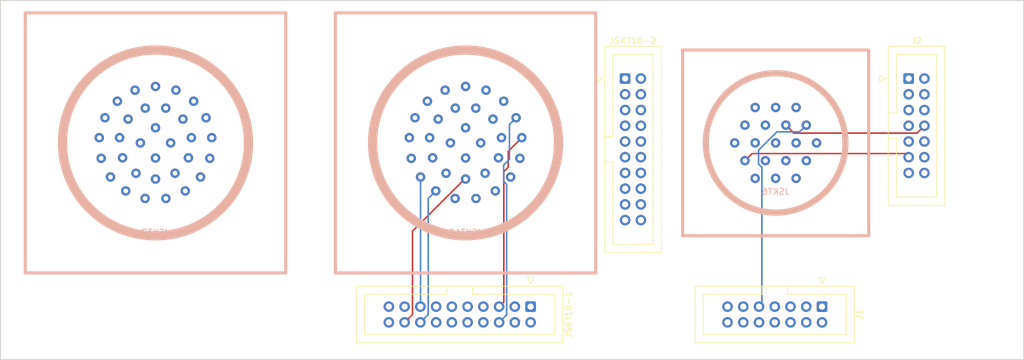
<source format=kicad_pcb>
(kicad_pcb (version 20171130) (host pcbnew "(5.1.6)-1")

  (general
    (thickness 1.6)
    (drawings 4)
    (tracks 260)
    (zones 0)
    (modules 7)
    (nets 80)
  )

  (page A4)
  (layers
    (0 F.Cu signal)
    (1 In1.Cu signal)
    (2 In2.Cu signal)
    (31 B.Cu signal)
    (32 B.Adhes user)
    (33 F.Adhes user)
    (34 B.Paste user)
    (35 F.Paste user)
    (36 B.SilkS user)
    (37 F.SilkS user)
    (38 B.Mask user)
    (39 F.Mask user)
    (40 Dwgs.User user)
    (41 Cmts.User user)
    (42 Eco1.User user)
    (43 Eco2.User user)
    (44 Edge.Cuts user)
    (45 Margin user)
    (46 B.CrtYd user)
    (47 F.CrtYd user)
    (48 B.Fab user)
    (49 F.Fab user)
  )

  (setup
    (last_trace_width 0.25)
    (trace_clearance 0.2)
    (zone_clearance 0.508)
    (zone_45_only no)
    (trace_min 0.2)
    (via_size 0.8)
    (via_drill 0.4)
    (via_min_size 0.4)
    (via_min_drill 0.3)
    (uvia_size 0.3)
    (uvia_drill 0.1)
    (uvias_allowed no)
    (uvia_min_size 0.2)
    (uvia_min_drill 0.1)
    (edge_width 0.1)
    (segment_width 0.2)
    (pcb_text_width 0.3)
    (pcb_text_size 1.5 1.5)
    (mod_edge_width 0.15)
    (mod_text_size 1 1)
    (mod_text_width 0.15)
    (pad_size 1.524 1.524)
    (pad_drill 0.762)
    (pad_to_mask_clearance 0)
    (aux_axis_origin 0 0)
    (visible_elements 7FFFFFFF)
    (pcbplotparams
      (layerselection 0x010fc_ffffffff)
      (usegerberextensions false)
      (usegerberattributes true)
      (usegerberadvancedattributes true)
      (creategerberjobfile true)
      (excludeedgelayer true)
      (linewidth 0.100000)
      (plotframeref false)
      (viasonmask false)
      (mode 1)
      (useauxorigin false)
      (hpglpennumber 1)
      (hpglpenspeed 20)
      (hpglpendiameter 15.000000)
      (psnegative false)
      (psa4output false)
      (plotreference true)
      (plotvalue true)
      (plotinvisibletext false)
      (padsonsilk false)
      (subtractmaskfromsilk false)
      (outputformat 1)
      (mirror false)
      (drillshape 1)
      (scaleselection 1)
      (outputdirectory ""))
  )

  (net 0 "")
  (net 1 /Display/0vDisplay)
  (net 2 /Display/+5vDisplay)
  (net 3 GND)
  (net 4 /TapePSUMargins/+24v)
  (net 5 /TapePSUMargins/+6vA)
  (net 6 /TapePSUMargins/+6vB)
  (net 7 "/Control Unit/+6v")
  (net 8 /TapePSUMargins/0vA)
  (net 9 /TapePSUMargins/0vB)
  (net 10 /TapePSUMargins/0vC)
  (net 11 /TapePSUMargins/-24v)
  (net 12 /TapePSUMargins/-6vA)
  (net 13 "/Control Unit/-6v")
  (net 14 /TapePSUMargins/VREF)
  (net 15 "/Control Unit/0v")
  (net 16 "/Control Unit/On-Light")
  (net 17 "/Control Unit/Off-Light")
  (net 18 "/Control Unit/Off")
  (net 19 "/Control Unit/On-Off-Common")
  (net 20 "/Control Unit/On")
  (net 21 "/Control Unit/Auto-Start")
  (net 22 /TapePSUMargins/PSC)
  (net 23 "Net-(JSKT7-PadE)")
  (net 24 "Net-(JSKT7-PadH)")
  (net 25 /TapePSUMargins/MARGIN-30-10)
  (net 26 /TapePSUMargins/MARGIN-4-3)
  (net 27 /TapePSUMargins/MARGIN-25-12)
  (net 28 "Net-(JSKT7-PadM)")
  (net 29 "Net-(JSKT7-PadN)")
  (net 30 "Net-(JSKT7-PadP)")
  (net 31 "Net-(JSKT7-PadR)")
  (net 32 "Net-(JSKT7-PadS)")
  (net 33 "Net-(JSKT7-PadT)")
  (net 34 "Net-(JSKT7-PadU)")
  (net 35 "Net-(JSKT7-PadV)")
  (net 36 "Net-(JSKT7-PadW)")
  (net 37 "Net-(JSKT7-PadX)")
  (net 38 "Net-(JSKT7-PadY)")
  (net 39 "Net-(JSKT7-PadZ)")
  (net 40 /TapePSUMargins/RTP-30-C)
  (net 41 /TapePSUMargins/STP_30_15)
  (net 42 /TapePSUMargins/RESET-31-16)
  (net 43 /IO/RDR-INT)
  (net 44 /TapePSUMargins/P4-32-19)
  (net 45 /IO/PUNCH-INT)
  (net 46 "/Control Unit/AUT")
  (net 47 /TapePSUMargins/P2-32-15)
  (net 48 /TapePSUMargins/P1-32-17)
  (net 49 /TapePSUMargins/RTR-30-D)
  (net 50 /TapePSUMargins/STR-30-14)
  (net 51 /TapePSUMargins/P3-32-18)
  (net 52 "Net-(JSKT10-1-Pad16)")
  (net 53 "Net-(JSKT10-1-Pad15)")
  (net 54 "Net-(JSKT10-1-Pad14)")
  (net 55 "Net-(JSKT10-1-Pad13)")
  (net 56 "Net-(JSKT10-1-Pad12)")
  (net 57 "Net-(JSKT10-1-Pad11)")
  (net 58 "Net-(JSKT10-1-Pad10)")
  (net 59 "Net-(JSKT10-1-Pad9)")
  (net 60 "Net-(JSKT10-1-Pad8)")
  (net 61 "Net-(JSKT10-1-Pad7)")
  (net 62 "Net-(JSKT10-1-Pad6)")
  (net 63 "Net-(JSKT10-1-Pad5)")
  (net 64 "Net-(JSKT10-1-Pad4)")
  (net 65 "Net-(JSKT10-1-Pad3)")
  (net 66 "Net-(JSKT10-1-Pad2)")
  (net 67 "Net-(JSKT10-1-Pad1)")
  (net 68 "Net-(JSKT10-2-Pad3)")
  (net 69 "Net-(JSKT10-2-Pad5)")
  (net 70 "Net-(JSKT10-2-Pad7)")
  (net 71 "Net-(JSKT10-2-Pad9)")
  (net 72 "Net-(JSKT10-2-Pad15)")
  (net 73 "Net-(JSKT10-2-Pad17)")
  (net 74 "Net-(JSKT10-2-Pad19)")
  (net 75 "Net-(JSKT10-2-Pad4)")
  (net 76 "Net-(JSKT10-2-Pad8)")
  (net 77 "Net-(JSKT10-2-Pad10)")
  (net 78 "Net-(JSKT10-2-Pad16)")
  (net 79 "Net-(JSKT10-2-Pad18)")

  (net_class Default "This is the default net class."
    (clearance 0.2)
    (trace_width 0.25)
    (via_dia 0.8)
    (via_drill 0.4)
    (uvia_dia 0.3)
    (uvia_drill 0.1)
    (add_net "/Control Unit/+6v")
    (add_net "/Control Unit/-6v")
    (add_net "/Control Unit/0v")
    (add_net "/Control Unit/AUT")
    (add_net "/Control Unit/Auto-Start")
    (add_net "/Control Unit/Off")
    (add_net "/Control Unit/Off-Light")
    (add_net "/Control Unit/On")
    (add_net "/Control Unit/On-Light")
    (add_net "/Control Unit/On-Off-Common")
    (add_net /Display/+5vDisplay)
    (add_net /Display/0vDisplay)
    (add_net /IO/PUNCH-INT)
    (add_net /IO/RDR-INT)
    (add_net /TapePSUMargins/+24v)
    (add_net /TapePSUMargins/+6vA)
    (add_net /TapePSUMargins/+6vB)
    (add_net /TapePSUMargins/-24v)
    (add_net /TapePSUMargins/-6vA)
    (add_net /TapePSUMargins/0vA)
    (add_net /TapePSUMargins/0vB)
    (add_net /TapePSUMargins/0vC)
    (add_net /TapePSUMargins/MARGIN-25-12)
    (add_net /TapePSUMargins/MARGIN-30-10)
    (add_net /TapePSUMargins/MARGIN-4-3)
    (add_net /TapePSUMargins/P1-32-17)
    (add_net /TapePSUMargins/P2-32-15)
    (add_net /TapePSUMargins/P3-32-18)
    (add_net /TapePSUMargins/P4-32-19)
    (add_net /TapePSUMargins/PSC)
    (add_net /TapePSUMargins/RESET-31-16)
    (add_net /TapePSUMargins/RTP-30-C)
    (add_net /TapePSUMargins/RTR-30-D)
    (add_net /TapePSUMargins/STP_30_15)
    (add_net /TapePSUMargins/STR-30-14)
    (add_net /TapePSUMargins/VREF)
    (add_net GND)
    (add_net "Net-(JSKT10-1-Pad1)")
    (add_net "Net-(JSKT10-1-Pad10)")
    (add_net "Net-(JSKT10-1-Pad11)")
    (add_net "Net-(JSKT10-1-Pad12)")
    (add_net "Net-(JSKT10-1-Pad13)")
    (add_net "Net-(JSKT10-1-Pad14)")
    (add_net "Net-(JSKT10-1-Pad15)")
    (add_net "Net-(JSKT10-1-Pad16)")
    (add_net "Net-(JSKT10-1-Pad2)")
    (add_net "Net-(JSKT10-1-Pad3)")
    (add_net "Net-(JSKT10-1-Pad4)")
    (add_net "Net-(JSKT10-1-Pad5)")
    (add_net "Net-(JSKT10-1-Pad6)")
    (add_net "Net-(JSKT10-1-Pad7)")
    (add_net "Net-(JSKT10-1-Pad8)")
    (add_net "Net-(JSKT10-1-Pad9)")
    (add_net "Net-(JSKT10-2-Pad10)")
    (add_net "Net-(JSKT10-2-Pad15)")
    (add_net "Net-(JSKT10-2-Pad16)")
    (add_net "Net-(JSKT10-2-Pad17)")
    (add_net "Net-(JSKT10-2-Pad18)")
    (add_net "Net-(JSKT10-2-Pad19)")
    (add_net "Net-(JSKT10-2-Pad3)")
    (add_net "Net-(JSKT10-2-Pad4)")
    (add_net "Net-(JSKT10-2-Pad5)")
    (add_net "Net-(JSKT10-2-Pad7)")
    (add_net "Net-(JSKT10-2-Pad8)")
    (add_net "Net-(JSKT10-2-Pad9)")
    (add_net "Net-(JSKT7-PadE)")
    (add_net "Net-(JSKT7-PadH)")
    (add_net "Net-(JSKT7-PadM)")
    (add_net "Net-(JSKT7-PadN)")
    (add_net "Net-(JSKT7-PadP)")
    (add_net "Net-(JSKT7-PadR)")
    (add_net "Net-(JSKT7-PadS)")
    (add_net "Net-(JSKT7-PadT)")
    (add_net "Net-(JSKT7-PadU)")
    (add_net "Net-(JSKT7-PadV)")
    (add_net "Net-(JSKT7-PadW)")
    (add_net "Net-(JSKT7-PadX)")
    (add_net "Net-(JSKT7-PadY)")
    (add_net "Net-(JSKT7-PadZ)")
  )

  (module ELLIOTT:MC32 (layer B.Cu) (tedit 5F1488D2) (tstamp 5F3897DF)
    (at 50 65)
    (path /5F3239EA/5F2F7C5C)
    (fp_text reference JSKT7 (at 0 14.478) (layer B.SilkS)
      (effects (font (size 1 1) (thickness 0.15)) (justify mirror))
    )
    (fp_text value Circ32 (at 0 13.208) (layer B.Fab)
      (effects (font (size 1 1) (thickness 0.15)) (justify mirror))
    )
    (fp_circle (center 0 0) (end 15 0) (layer B.SilkS) (width 1.5))
    (fp_line (start 21 -21) (end -21 -21) (layer B.SilkS) (width 0.5))
    (fp_line (start -21 21) (end -21 -21) (layer B.SilkS) (width 0.5))
    (fp_line (start 21 -21) (end 21 21) (layer B.SilkS) (width 0.5))
    (fp_line (start -21 21) (end 21 21) (layer B.SilkS) (width 0.5))
    (pad ~j~ thru_hole circle (at -2.44 0) (size 1.524 1.524) (drill 0.762) (layers *.Cu *.Mask))
    (pad ~h~ thru_hole circle (at 0 -2.44) (size 1.524 1.524) (drill 0.762) (layers *.Cu *.Mask))
    (pad ~g~ thru_hole circle (at 2.44 0) (size 1.524 1.524) (drill 0.762) (layers *.Cu *.Mask))
    (pad ~f~ thru_hole circle (at 0 2.44) (size 1.524 1.524) (drill 0.762) (layers *.Cu *.Mask))
    (pad ~e~ thru_hole circle (at -3.15 4.9) (size 1.524 1.524) (drill 0.762) (layers *.Cu *.Mask))
    (pad ~d~ thru_hole circle (at -5.31 2.41) (size 1.524 1.524) (drill 0.762) (layers *.Cu *.Mask))
    (pad ~c~ thru_hole circle (at -5.79 -0.84) (size 1.524 1.524) (drill 0.762) (layers *.Cu *.Mask))
    (pad ~b~ thru_hole circle (at -4.42 -3.84) (size 1.524 1.524) (drill 0.762) (layers *.Cu *.Mask))
    (pad ~a~ thru_hole circle (at -1.65 -5.61) (size 1.524 1.524) (drill 0.762) (layers *.Cu *.Mask))
    (pad Z thru_hole circle (at 1.65 -5.61) (size 1.524 1.524) (drill 0.762) (layers *.Cu *.Mask)
      (net 39 "Net-(JSKT7-PadZ)"))
    (pad Y thru_hole circle (at 4.42 -3.84) (size 1.524 1.524) (drill 0.762) (layers *.Cu *.Mask)
      (net 38 "Net-(JSKT7-PadY)"))
    (pad X thru_hole circle (at 5.79 -0.84) (size 1.524 1.524) (drill 0.762) (layers *.Cu *.Mask)
      (net 37 "Net-(JSKT7-PadX)"))
    (pad W thru_hole circle (at 5.31 2.41) (size 1.524 1.524) (drill 0.762) (layers *.Cu *.Mask)
      (net 36 "Net-(JSKT7-PadW)"))
    (pad V thru_hole circle (at 3.15 4.9) (size 1.524 1.524) (drill 0.762) (layers *.Cu *.Mask)
      (net 35 "Net-(JSKT7-PadV)"))
    (pad U thru_hole circle (at 0 5.84) (size 1.524 1.524) (drill 0.762) (layers *.Cu *.Mask)
      (net 34 "Net-(JSKT7-PadU)"))
    (pad T thru_hole circle (at -1.68 8.97) (size 1.524 1.524) (drill 0.762) (layers *.Cu *.Mask)
      (net 33 "Net-(JSKT7-PadT)"))
    (pad S thru_hole circle (at -4.8 7.75) (size 1.524 1.524) (drill 0.762) (layers *.Cu *.Mask)
      (net 32 "Net-(JSKT7-PadS)"))
    (pad R thru_hole circle (at -7.26 5.51) (size 1.524 1.524) (drill 0.762) (layers *.Cu *.Mask)
      (net 31 "Net-(JSKT7-PadR)"))
    (pad P thru_hole circle (at -8.76 2.49) (size 1.524 1.524) (drill 0.762) (layers *.Cu *.Mask)
      (net 30 "Net-(JSKT7-PadP)"))
    (pad N thru_hole circle (at -9.07 -0.84) (size 1.524 1.524) (drill 0.762) (layers *.Cu *.Mask)
      (net 29 "Net-(JSKT7-PadN)"))
    (pad M thru_hole circle (at -8.15 -4.06) (size 1.524 1.524) (drill 0.762) (layers *.Cu *.Mask)
      (net 28 "Net-(JSKT7-PadM)"))
    (pad L thru_hole circle (at -6.15 -6.73) (size 1.524 1.524) (drill 0.762) (layers *.Cu *.Mask)
      (net 27 /TapePSUMargins/MARGIN-25-12))
    (pad K thru_hole circle (at -3.3 -8.51) (size 1.524 1.524) (drill 0.762) (layers *.Cu *.Mask)
      (net 26 /TapePSUMargins/MARGIN-4-3))
    (pad J thru_hole circle (at 0 -9.12) (size 1.524 1.524) (drill 0.762) (layers *.Cu *.Mask)
      (net 25 /TapePSUMargins/MARGIN-30-10))
    (pad H thru_hole circle (at 3.3 -8.51) (size 1.524 1.524) (drill 0.762) (layers *.Cu *.Mask)
      (net 24 "Net-(JSKT7-PadH)"))
    (pad G thru_hole circle (at 6.15 -6.73) (size 1.524 1.524) (drill 0.762) (layers *.Cu *.Mask)
      (net 15 "/Control Unit/0v"))
    (pad F thru_hole circle (at 8.15 -4.06) (size 1.524 1.524) (drill 0.762) (layers *.Cu *.Mask)
      (net 14 /TapePSUMargins/VREF))
    (pad E thru_hole circle (at 9.07 -0.84) (size 1.524 1.524) (drill 0.762) (layers *.Cu *.Mask)
      (net 23 "Net-(JSKT7-PadE)"))
    (pad D thru_hole circle (at 8.76 2.49) (size 1.524 1.524) (drill 0.762) (layers *.Cu *.Mask)
      (net 13 "/Control Unit/-6v"))
    (pad C thru_hole circle (at 7.26 5.51) (size 1.524 1.524) (drill 0.762) (layers *.Cu *.Mask)
      (net 13 "/Control Unit/-6v"))
    (pad B thru_hole circle (at 4.8 7.75) (size 1.524 1.524) (drill 0.762) (layers *.Cu *.Mask)
      (net 13 "/Control Unit/-6v"))
    (pad A thru_hole circle (at 1.68 8.97) (size 1.524 1.524) (drill 0.762) (layers *.Cu *.Mask)
      (net 3 GND))
  )

  (module ELLIOTT:MC32 (layer B.Cu) (tedit 5F1488D2) (tstamp 5F380B71)
    (at 100 65)
    (path /5F3239EA/5F2F7C62)
    (fp_text reference JSKT10 (at 0 14.478) (layer B.SilkS)
      (effects (font (size 1 1) (thickness 0.15)) (justify mirror))
    )
    (fp_text value Circ32 (at 0 13.208) (layer B.Fab)
      (effects (font (size 1 1) (thickness 0.15)) (justify mirror))
    )
    (fp_circle (center 0 0) (end 15 0) (layer B.SilkS) (width 1.5))
    (fp_line (start 21 -21) (end -21 -21) (layer B.SilkS) (width 0.5))
    (fp_line (start -21 21) (end -21 -21) (layer B.SilkS) (width 0.5))
    (fp_line (start 21 -21) (end 21 21) (layer B.SilkS) (width 0.5))
    (fp_line (start -21 21) (end 21 21) (layer B.SilkS) (width 0.5))
    (pad ~j~ thru_hole circle (at -2.44 0) (size 1.524 1.524) (drill 0.762) (layers *.Cu *.Mask))
    (pad ~h~ thru_hole circle (at 0 -2.44) (size 1.524 1.524) (drill 0.762) (layers *.Cu *.Mask))
    (pad ~g~ thru_hole circle (at 2.44 0) (size 1.524 1.524) (drill 0.762) (layers *.Cu *.Mask))
    (pad ~f~ thru_hole circle (at 0 2.44) (size 1.524 1.524) (drill 0.762) (layers *.Cu *.Mask))
    (pad ~e~ thru_hole circle (at -3.15 4.9) (size 1.524 1.524) (drill 0.762) (layers *.Cu *.Mask))
    (pad ~d~ thru_hole circle (at -5.31 2.41) (size 1.524 1.524) (drill 0.762) (layers *.Cu *.Mask))
    (pad ~c~ thru_hole circle (at -5.79 -0.84) (size 1.524 1.524) (drill 0.762) (layers *.Cu *.Mask))
    (pad ~b~ thru_hole circle (at -4.42 -3.84) (size 1.524 1.524) (drill 0.762) (layers *.Cu *.Mask))
    (pad ~a~ thru_hole circle (at -1.65 -5.61) (size 1.524 1.524) (drill 0.762) (layers *.Cu *.Mask))
    (pad Z thru_hole circle (at 1.65 -5.61) (size 1.524 1.524) (drill 0.762) (layers *.Cu *.Mask)
      (net 46 "/Control Unit/AUT"))
    (pad Y thru_hole circle (at 4.42 -3.84) (size 1.524 1.524) (drill 0.762) (layers *.Cu *.Mask)
      (net 47 /TapePSUMargins/P2-32-15))
    (pad X thru_hole circle (at 5.79 -0.84) (size 1.524 1.524) (drill 0.762) (layers *.Cu *.Mask)
      (net 48 /TapePSUMargins/P1-32-17))
    (pad W thru_hole circle (at 5.31 2.41) (size 1.524 1.524) (drill 0.762) (layers *.Cu *.Mask)
      (net 49 /TapePSUMargins/RTR-30-D))
    (pad V thru_hole circle (at 3.15 4.9) (size 1.524 1.524) (drill 0.762) (layers *.Cu *.Mask)
      (net 50 /TapePSUMargins/STR-30-14))
    (pad U thru_hole circle (at 0 5.84) (size 1.524 1.524) (drill 0.762) (layers *.Cu *.Mask)
      (net 51 /TapePSUMargins/P3-32-18))
    (pad T thru_hole circle (at -1.68 8.97) (size 1.524 1.524) (drill 0.762) (layers *.Cu *.Mask)
      (net 3 GND))
    (pad S thru_hole circle (at -4.8 7.75) (size 1.524 1.524) (drill 0.762) (layers *.Cu *.Mask)
      (net 52 "Net-(JSKT10-1-Pad16)"))
    (pad R thru_hole circle (at -7.26 5.51) (size 1.524 1.524) (drill 0.762) (layers *.Cu *.Mask)
      (net 53 "Net-(JSKT10-1-Pad15)"))
    (pad P thru_hole circle (at -8.76 2.49) (size 1.524 1.524) (drill 0.762) (layers *.Cu *.Mask)
      (net 54 "Net-(JSKT10-1-Pad14)"))
    (pad N thru_hole circle (at -9.07 -0.84) (size 1.524 1.524) (drill 0.762) (layers *.Cu *.Mask)
      (net 55 "Net-(JSKT10-1-Pad13)"))
    (pad M thru_hole circle (at -8.15 -4.06) (size 1.524 1.524) (drill 0.762) (layers *.Cu *.Mask)
      (net 56 "Net-(JSKT10-1-Pad12)"))
    (pad L thru_hole circle (at -6.15 -6.73) (size 1.524 1.524) (drill 0.762) (layers *.Cu *.Mask)
      (net 57 "Net-(JSKT10-1-Pad11)"))
    (pad K thru_hole circle (at -3.3 -8.51) (size 1.524 1.524) (drill 0.762) (layers *.Cu *.Mask)
      (net 58 "Net-(JSKT10-1-Pad10)"))
    (pad J thru_hole circle (at 0 -9.12) (size 1.524 1.524) (drill 0.762) (layers *.Cu *.Mask)
      (net 59 "Net-(JSKT10-1-Pad9)"))
    (pad H thru_hole circle (at 3.3 -8.51) (size 1.524 1.524) (drill 0.762) (layers *.Cu *.Mask)
      (net 60 "Net-(JSKT10-1-Pad8)"))
    (pad G thru_hole circle (at 6.15 -6.73) (size 1.524 1.524) (drill 0.762) (layers *.Cu *.Mask)
      (net 61 "Net-(JSKT10-1-Pad7)"))
    (pad F thru_hole circle (at 8.15 -4.06) (size 1.524 1.524) (drill 0.762) (layers *.Cu *.Mask)
      (net 62 "Net-(JSKT10-1-Pad6)"))
    (pad E thru_hole circle (at 9.07 -0.84) (size 1.524 1.524) (drill 0.762) (layers *.Cu *.Mask)
      (net 63 "Net-(JSKT10-1-Pad5)"))
    (pad D thru_hole circle (at 8.76 2.49) (size 1.524 1.524) (drill 0.762) (layers *.Cu *.Mask)
      (net 64 "Net-(JSKT10-1-Pad4)"))
    (pad C thru_hole circle (at 7.26 5.51) (size 1.524 1.524) (drill 0.762) (layers *.Cu *.Mask)
      (net 65 "Net-(JSKT10-1-Pad3)"))
    (pad B thru_hole circle (at 4.8 7.75) (size 1.524 1.524) (drill 0.762) (layers *.Cu *.Mask)
      (net 66 "Net-(JSKT10-1-Pad2)"))
    (pad A thru_hole circle (at 1.68 8.97) (size 1.524 1.524) (drill 0.762) (layers *.Cu *.Mask)
      (net 67 "Net-(JSKT10-1-Pad1)"))
  )

  (module Connector_IDC:IDC-Header_2x07_P2.54mm_Vertical (layer F.Cu) (tedit 5EAC9A07) (tstamp 5F388160)
    (at 171.45 54.61)
    (descr "Through hole IDC box header, 2x07, 2.54mm pitch, DIN 41651 / IEC 60603-13, double rows, https://docs.google.com/spreadsheets/d/16SsEcesNF15N3Lb4niX7dcUr-NY5_MFPQhobNuNppn4/edit#gid=0")
    (tags "Through hole vertical IDC box header THT 2x07 2.54mm double row")
    (path /5F3239EA/5F412DA1)
    (fp_text reference J2 (at 1.27 -6.1) (layer F.SilkS)
      (effects (font (size 1 1) (thickness 0.15)))
    )
    (fp_text value ~ (at 1.27 21.34) (layer F.Fab)
      (effects (font (size 1 1) (thickness 0.15)))
    )
    (fp_line (start -3.18 -4.1) (end -2.18 -5.1) (layer F.Fab) (width 0.1))
    (fp_line (start -2.18 -5.1) (end 5.72 -5.1) (layer F.Fab) (width 0.1))
    (fp_line (start 5.72 -5.1) (end 5.72 20.34) (layer F.Fab) (width 0.1))
    (fp_line (start 5.72 20.34) (end -3.18 20.34) (layer F.Fab) (width 0.1))
    (fp_line (start -3.18 20.34) (end -3.18 -4.1) (layer F.Fab) (width 0.1))
    (fp_line (start -3.18 5.57) (end -1.98 5.57) (layer F.Fab) (width 0.1))
    (fp_line (start -1.98 5.57) (end -1.98 -3.91) (layer F.Fab) (width 0.1))
    (fp_line (start -1.98 -3.91) (end 4.52 -3.91) (layer F.Fab) (width 0.1))
    (fp_line (start 4.52 -3.91) (end 4.52 19.15) (layer F.Fab) (width 0.1))
    (fp_line (start 4.52 19.15) (end -1.98 19.15) (layer F.Fab) (width 0.1))
    (fp_line (start -1.98 19.15) (end -1.98 9.67) (layer F.Fab) (width 0.1))
    (fp_line (start -1.98 9.67) (end -1.98 9.67) (layer F.Fab) (width 0.1))
    (fp_line (start -1.98 9.67) (end -3.18 9.67) (layer F.Fab) (width 0.1))
    (fp_line (start -3.29 -5.21) (end 5.83 -5.21) (layer F.SilkS) (width 0.12))
    (fp_line (start 5.83 -5.21) (end 5.83 20.45) (layer F.SilkS) (width 0.12))
    (fp_line (start 5.83 20.45) (end -3.29 20.45) (layer F.SilkS) (width 0.12))
    (fp_line (start -3.29 20.45) (end -3.29 -5.21) (layer F.SilkS) (width 0.12))
    (fp_line (start -3.29 5.57) (end -1.98 5.57) (layer F.SilkS) (width 0.12))
    (fp_line (start -1.98 5.57) (end -1.98 -3.91) (layer F.SilkS) (width 0.12))
    (fp_line (start -1.98 -3.91) (end 4.52 -3.91) (layer F.SilkS) (width 0.12))
    (fp_line (start 4.52 -3.91) (end 4.52 19.15) (layer F.SilkS) (width 0.12))
    (fp_line (start 4.52 19.15) (end -1.98 19.15) (layer F.SilkS) (width 0.12))
    (fp_line (start -1.98 19.15) (end -1.98 9.67) (layer F.SilkS) (width 0.12))
    (fp_line (start -1.98 9.67) (end -1.98 9.67) (layer F.SilkS) (width 0.12))
    (fp_line (start -1.98 9.67) (end -3.29 9.67) (layer F.SilkS) (width 0.12))
    (fp_line (start -3.68 0) (end -4.68 -0.5) (layer F.SilkS) (width 0.12))
    (fp_line (start -4.68 -0.5) (end -4.68 0.5) (layer F.SilkS) (width 0.12))
    (fp_line (start -4.68 0.5) (end -3.68 0) (layer F.SilkS) (width 0.12))
    (fp_line (start -3.68 -5.6) (end -3.68 20.84) (layer F.CrtYd) (width 0.05))
    (fp_line (start -3.68 20.84) (end 6.22 20.84) (layer F.CrtYd) (width 0.05))
    (fp_line (start 6.22 20.84) (end 6.22 -5.6) (layer F.CrtYd) (width 0.05))
    (fp_line (start 6.22 -5.6) (end -3.68 -5.6) (layer F.CrtYd) (width 0.05))
    (fp_text user %R (at 1.27 7.62 90) (layer F.Fab)
      (effects (font (size 1 1) (thickness 0.15)))
    )
    (pad 14 thru_hole circle (at 2.54 15.24) (size 1.7 1.7) (drill 1) (layers *.Cu *.Mask)
      (net 18 "/Control Unit/Off"))
    (pad 12 thru_hole circle (at 2.54 12.7) (size 1.7 1.7) (drill 1) (layers *.Cu *.Mask)
      (net 20 "/Control Unit/On"))
    (pad 10 thru_hole circle (at 2.54 10.16) (size 1.7 1.7) (drill 1) (layers *.Cu *.Mask)
      (net 19 "/Control Unit/On-Off-Common"))
    (pad 8 thru_hole circle (at 2.54 7.62) (size 1.7 1.7) (drill 1) (layers *.Cu *.Mask)
      (net 16 "/Control Unit/On-Light"))
    (pad 6 thru_hole circle (at 2.54 5.08) (size 1.7 1.7) (drill 1) (layers *.Cu *.Mask)
      (net 17 "/Control Unit/Off-Light"))
    (pad 4 thru_hole circle (at 2.54 2.54) (size 1.7 1.7) (drill 1) (layers *.Cu *.Mask)
      (net 1 /Display/0vDisplay))
    (pad 2 thru_hole circle (at 2.54 0) (size 1.7 1.7) (drill 1) (layers *.Cu *.Mask)
      (net 2 /Display/+5vDisplay))
    (pad 13 thru_hole circle (at 0 15.24) (size 1.7 1.7) (drill 1) (layers *.Cu *.Mask)
      (net 13 "/Control Unit/-6v"))
    (pad 11 thru_hole circle (at 0 12.7) (size 1.7 1.7) (drill 1) (layers *.Cu *.Mask)
      (net 7 "/Control Unit/+6v"))
    (pad 9 thru_hole circle (at 0 10.16) (size 1.7 1.7) (drill 1) (layers *.Cu *.Mask)
      (net 15 "/Control Unit/0v"))
    (pad 7 thru_hole circle (at 0 7.62) (size 1.7 1.7) (drill 1) (layers *.Cu *.Mask)
      (net 21 "/Control Unit/Auto-Start"))
    (pad 5 thru_hole circle (at 0 5.08) (size 1.7 1.7) (drill 1) (layers *.Cu *.Mask)
      (net 46 "/Control Unit/AUT"))
    (pad 3 thru_hole circle (at 0 2.54) (size 1.7 1.7) (drill 1) (layers *.Cu *.Mask)
      (net 45 /IO/PUNCH-INT))
    (pad 1 thru_hole roundrect (at 0 0) (size 1.7 1.7) (drill 1) (layers *.Cu *.Mask) (roundrect_rratio 0.147059)
      (net 43 /IO/RDR-INT))
    (model ${KISYS3DMOD}/Connector_IDC.3dshapes/IDC-Header_2x07_P2.54mm_Vertical.wrl
      (at (xyz 0 0 0))
      (scale (xyz 1 1 1))
      (rotate (xyz 0 0 0))
    )
  )

  (module Connector_IDC:IDC-Header_2x07_P2.54mm_Vertical (layer F.Cu) (tedit 5EAC9A07) (tstamp 5F3809B5)
    (at 157.48 91.44 270)
    (descr "Through hole IDC box header, 2x07, 2.54mm pitch, DIN 41651 / IEC 60603-13, double rows, https://docs.google.com/spreadsheets/d/16SsEcesNF15N3Lb4niX7dcUr-NY5_MFPQhobNuNppn4/edit#gid=0")
    (tags "Through hole vertical IDC box header THT 2x07 2.54mm double row")
    (path /5F3239EA/5F3DDD3C)
    (fp_text reference J1 (at 1.27 -6.1 90) (layer F.SilkS)
      (effects (font (size 1 1) (thickness 0.15)))
    )
    (fp_text value ~ (at 1.27 21.34 90) (layer F.Fab)
      (effects (font (size 1 1) (thickness 0.15)))
    )
    (fp_line (start 6.22 -5.6) (end -3.68 -5.6) (layer F.CrtYd) (width 0.05))
    (fp_line (start 6.22 20.84) (end 6.22 -5.6) (layer F.CrtYd) (width 0.05))
    (fp_line (start -3.68 20.84) (end 6.22 20.84) (layer F.CrtYd) (width 0.05))
    (fp_line (start -3.68 -5.6) (end -3.68 20.84) (layer F.CrtYd) (width 0.05))
    (fp_line (start -4.68 0.5) (end -3.68 0) (layer F.SilkS) (width 0.12))
    (fp_line (start -4.68 -0.5) (end -4.68 0.5) (layer F.SilkS) (width 0.12))
    (fp_line (start -3.68 0) (end -4.68 -0.5) (layer F.SilkS) (width 0.12))
    (fp_line (start -1.98 9.67) (end -3.29 9.67) (layer F.SilkS) (width 0.12))
    (fp_line (start -1.98 9.67) (end -1.98 9.67) (layer F.SilkS) (width 0.12))
    (fp_line (start -1.98 19.15) (end -1.98 9.67) (layer F.SilkS) (width 0.12))
    (fp_line (start 4.52 19.15) (end -1.98 19.15) (layer F.SilkS) (width 0.12))
    (fp_line (start 4.52 -3.91) (end 4.52 19.15) (layer F.SilkS) (width 0.12))
    (fp_line (start -1.98 -3.91) (end 4.52 -3.91) (layer F.SilkS) (width 0.12))
    (fp_line (start -1.98 5.57) (end -1.98 -3.91) (layer F.SilkS) (width 0.12))
    (fp_line (start -3.29 5.57) (end -1.98 5.57) (layer F.SilkS) (width 0.12))
    (fp_line (start -3.29 20.45) (end -3.29 -5.21) (layer F.SilkS) (width 0.12))
    (fp_line (start 5.83 20.45) (end -3.29 20.45) (layer F.SilkS) (width 0.12))
    (fp_line (start 5.83 -5.21) (end 5.83 20.45) (layer F.SilkS) (width 0.12))
    (fp_line (start -3.29 -5.21) (end 5.83 -5.21) (layer F.SilkS) (width 0.12))
    (fp_line (start -1.98 9.67) (end -3.18 9.67) (layer F.Fab) (width 0.1))
    (fp_line (start -1.98 9.67) (end -1.98 9.67) (layer F.Fab) (width 0.1))
    (fp_line (start -1.98 19.15) (end -1.98 9.67) (layer F.Fab) (width 0.1))
    (fp_line (start 4.52 19.15) (end -1.98 19.15) (layer F.Fab) (width 0.1))
    (fp_line (start 4.52 -3.91) (end 4.52 19.15) (layer F.Fab) (width 0.1))
    (fp_line (start -1.98 -3.91) (end 4.52 -3.91) (layer F.Fab) (width 0.1))
    (fp_line (start -1.98 5.57) (end -1.98 -3.91) (layer F.Fab) (width 0.1))
    (fp_line (start -3.18 5.57) (end -1.98 5.57) (layer F.Fab) (width 0.1))
    (fp_line (start -3.18 20.34) (end -3.18 -4.1) (layer F.Fab) (width 0.1))
    (fp_line (start 5.72 20.34) (end -3.18 20.34) (layer F.Fab) (width 0.1))
    (fp_line (start 5.72 -5.1) (end 5.72 20.34) (layer F.Fab) (width 0.1))
    (fp_line (start -2.18 -5.1) (end 5.72 -5.1) (layer F.Fab) (width 0.1))
    (fp_line (start -3.18 -4.1) (end -2.18 -5.1) (layer F.Fab) (width 0.1))
    (fp_text user %R (at 1.27 7.62) (layer F.Fab)
      (effects (font (size 1 1) (thickness 0.15)))
    )
    (pad 1 thru_hole roundrect (at 0 0 270) (size 1.7 1.7) (drill 1) (layers *.Cu *.Mask) (roundrect_rratio 0.147059)
      (net 4 /TapePSUMargins/+24v))
    (pad 3 thru_hole circle (at 0 2.54 270) (size 1.7 1.7) (drill 1) (layers *.Cu *.Mask)
      (net 5 /TapePSUMargins/+6vA))
    (pad 5 thru_hole circle (at 0 5.08 270) (size 1.7 1.7) (drill 1) (layers *.Cu *.Mask)
      (net 6 /TapePSUMargins/+6vB))
    (pad 7 thru_hole circle (at 0 7.62 270) (size 1.7 1.7) (drill 1) (layers *.Cu *.Mask)
      (net 7 "/Control Unit/+6v"))
    (pad 9 thru_hole circle (at 0 10.16 270) (size 1.7 1.7) (drill 1) (layers *.Cu *.Mask)
      (net 8 /TapePSUMargins/0vA))
    (pad 11 thru_hole circle (at 0 12.7 270) (size 1.7 1.7) (drill 1) (layers *.Cu *.Mask)
      (net 9 /TapePSUMargins/0vB))
    (pad 13 thru_hole circle (at 0 15.24 270) (size 1.7 1.7) (drill 1) (layers *.Cu *.Mask)
      (net 10 /TapePSUMargins/0vC))
    (pad 2 thru_hole circle (at 2.54 0 270) (size 1.7 1.7) (drill 1) (layers *.Cu *.Mask)
      (net 11 /TapePSUMargins/-24v))
    (pad 4 thru_hole circle (at 2.54 2.54 270) (size 1.7 1.7) (drill 1) (layers *.Cu *.Mask)
      (net 12 /TapePSUMargins/-6vA))
    (pad 6 thru_hole circle (at 2.54 5.08 270) (size 1.7 1.7) (drill 1) (layers *.Cu *.Mask)
      (net 13 "/Control Unit/-6v"))
    (pad 8 thru_hole circle (at 2.54 7.62 270) (size 1.7 1.7) (drill 1) (layers *.Cu *.Mask)
      (net 13 "/Control Unit/-6v"))
    (pad 10 thru_hole circle (at 2.54 10.16 270) (size 1.7 1.7) (drill 1) (layers *.Cu *.Mask)
      (net 14 /TapePSUMargins/VREF))
    (pad 12 thru_hole circle (at 2.54 12.7 270) (size 1.7 1.7) (drill 1) (layers *.Cu *.Mask)
      (net 3 GND))
    (pad 14 thru_hole circle (at 2.54 15.24 270) (size 1.7 1.7) (drill 1) (layers *.Cu *.Mask)
      (net 3 GND))
    (model ${KISYS3DMOD}/Connector_IDC.3dshapes/IDC-Header_2x07_P2.54mm_Vertical.wrl
      (at (xyz 0 0 0))
      (scale (xyz 1 1 1))
      (rotate (xyz 0 0 0))
    )
  )

  (module ELLIOTT:MC19 (layer B.Cu) (tedit 5F148687) (tstamp 5F380B1F)
    (at 150 65)
    (path /5F3239EA/5F2F7C43)
    (fp_text reference JSKT6 (at 0 7.874) (layer B.SilkS)
      (effects (font (size 1 1) (thickness 0.15)) (justify mirror))
    )
    (fp_text value Circ19 (at 0 -7.874) (layer B.Fab)
      (effects (font (size 1 1) (thickness 0.15)) (justify mirror))
    )
    (fp_line (start -15 -15) (end -15 15) (layer B.SilkS) (width 0.5))
    (fp_line (start 15 -15) (end -15 -15) (layer B.SilkS) (width 0.5))
    (fp_line (start 15 15) (end 15 -15) (layer B.SilkS) (width 0.5))
    (fp_line (start -15 15) (end 15 15) (layer B.SilkS) (width 0.5))
    (fp_circle (center 0 0) (end 11.255 0) (layer B.SilkS) (width 1))
    (pad A thru_hole circle (at 0 5.72) (size 1.524 1.524) (drill 0.762) (layers *.Cu *.Mask)
      (net 3 GND))
    (pad B thru_hole circle (at 3.3 5.72) (size 1.524 1.524) (drill 0.762) (layers *.Cu *.Mask)
      (net 21 "/Control Unit/Auto-Start"))
    (pad C thru_hole circle (at 4.95 2.87) (size 1.524 1.524) (drill 0.762) (layers *.Cu *.Mask)
      (net 22 /TapePSUMargins/PSC))
    (pad D thru_hole circle (at 6.6 0) (size 1.524 1.524) (drill 0.762) (layers *.Cu *.Mask)
      (net 15 "/Control Unit/0v"))
    (pad E thru_hole circle (at 4.95 -2.87) (size 1.524 1.524) (drill 0.762) (layers *.Cu *.Mask)
      (net 8 /TapePSUMargins/0vA))
    (pad F thru_hole circle (at 3.3 -5.72) (size 1.524 1.524) (drill 0.762) (layers *.Cu *.Mask)
      (net 9 /TapePSUMargins/0vB))
    (pad G thru_hole circle (at 0 -5.72) (size 1.524 1.524) (drill 0.762) (layers *.Cu *.Mask)
      (net 10 /TapePSUMargins/0vC))
    (pad H thru_hole circle (at -3.3 -5.72) (size 1.524 1.524) (drill 0.762) (layers *.Cu *.Mask)
      (net 19 "/Control Unit/On-Off-Common"))
    (pad J thru_hole circle (at -4.95 -2.87) (size 1.524 1.524) (drill 0.762) (layers *.Cu *.Mask)
      (net 20 "/Control Unit/On"))
    (pad K thru_hole circle (at -6.6 0) (size 1.524 1.524) (drill 0.762) (layers *.Cu *.Mask)
      (net 18 "/Control Unit/Off"))
    (pad L thru_hole circle (at -4.95 2.87) (size 1.524 1.524) (drill 0.762) (layers *.Cu *.Mask)
      (net 7 "/Control Unit/+6v"))
    (pad M thru_hole circle (at -3.3 5.72) (size 1.524 1.524) (drill 0.762) (layers *.Cu *.Mask)
      (net 6 /TapePSUMargins/+6vB))
    (pad N thru_hole circle (at -1.65 2.87) (size 1.524 1.524) (drill 0.762) (layers *.Cu *.Mask)
      (net 5 /TapePSUMargins/+6vA))
    (pad P thru_hole circle (at 1.65 2.87) (size 1.524 1.524) (drill 0.762) (layers *.Cu *.Mask)
      (net 13 "/Control Unit/-6v"))
    (pad R thru_hole circle (at 3.3 0) (size 1.524 1.524) (drill 0.762) (layers *.Cu *.Mask)
      (net 12 /TapePSUMargins/-6vA))
    (pad S thru_hole circle (at 1.65 -2.87) (size 1.524 1.524) (drill 0.762) (layers *.Cu *.Mask)
      (net 16 "/Control Unit/On-Light"))
    (pad T thru_hole circle (at -1.65 -2.87) (size 1.524 1.524) (drill 0.762) (layers *.Cu *.Mask)
      (net 17 "/Control Unit/Off-Light"))
    (pad U thru_hole circle (at -3.3 0) (size 1.524 1.524) (drill 0.762) (layers *.Cu *.Mask)
      (net 1 /Display/0vDisplay))
    (pad V thru_hole circle (at 0 0) (size 1.524 1.524) (drill 0.762) (layers *.Cu *.Mask)
      (net 2 /Display/+5vDisplay))
    (pad "" np_thru_hole oval (at -11.905 11.905 315) (size 3 6) (drill oval 3 6) (layers *.Cu *.Mask))
    (pad "" np_thru_hole oval (at 11.905 -11.905 315) (size 3 6) (drill oval 3 6) (layers *.Cu *.Mask))
    (pad "" np_thru_hole oval (at 11.905 11.905 45) (size 3 6) (drill oval 3 6) (layers *.Cu *.Mask))
    (pad "" np_thru_hole oval (at -11.905 -11.905 45) (size 3 6) (drill oval 3 6) (layers *.Cu *.Mask))
  )

  (module Connector_IDC:IDC-Header_2x10_P2.54mm_Vertical (layer F.Cu) (tedit 5EAC9A07) (tstamp 5F380CA7)
    (at 110.49 91.44 270)
    (descr "Through hole IDC box header, 2x10, 2.54mm pitch, DIN 41651 / IEC 60603-13, double rows, https://docs.google.com/spreadsheets/d/16SsEcesNF15N3Lb4niX7dcUr-NY5_MFPQhobNuNppn4/edit#gid=0")
    (tags "Through hole vertical IDC box header THT 2x10 2.54mm double row")
    (path /5F3239EA/5F2F7C9C)
    (fp_text reference JSKT10-1 (at 1.27 -6.1 90) (layer F.SilkS)
      (effects (font (size 1 1) (thickness 0.15)))
    )
    (fp_text value ~ (at 1.27 28.96 90) (layer F.Fab)
      (effects (font (size 1 1) (thickness 0.15)))
    )
    (fp_line (start -3.18 -4.1) (end -2.18 -5.1) (layer F.Fab) (width 0.1))
    (fp_line (start -2.18 -5.1) (end 5.72 -5.1) (layer F.Fab) (width 0.1))
    (fp_line (start 5.72 -5.1) (end 5.72 27.96) (layer F.Fab) (width 0.1))
    (fp_line (start 5.72 27.96) (end -3.18 27.96) (layer F.Fab) (width 0.1))
    (fp_line (start -3.18 27.96) (end -3.18 -4.1) (layer F.Fab) (width 0.1))
    (fp_line (start -3.18 9.38) (end -1.98 9.38) (layer F.Fab) (width 0.1))
    (fp_line (start -1.98 9.38) (end -1.98 -3.91) (layer F.Fab) (width 0.1))
    (fp_line (start -1.98 -3.91) (end 4.52 -3.91) (layer F.Fab) (width 0.1))
    (fp_line (start 4.52 -3.91) (end 4.52 26.77) (layer F.Fab) (width 0.1))
    (fp_line (start 4.52 26.77) (end -1.98 26.77) (layer F.Fab) (width 0.1))
    (fp_line (start -1.98 26.77) (end -1.98 13.48) (layer F.Fab) (width 0.1))
    (fp_line (start -1.98 13.48) (end -1.98 13.48) (layer F.Fab) (width 0.1))
    (fp_line (start -1.98 13.48) (end -3.18 13.48) (layer F.Fab) (width 0.1))
    (fp_line (start -3.29 -5.21) (end 5.83 -5.21) (layer F.SilkS) (width 0.12))
    (fp_line (start 5.83 -5.21) (end 5.83 28.07) (layer F.SilkS) (width 0.12))
    (fp_line (start 5.83 28.07) (end -3.29 28.07) (layer F.SilkS) (width 0.12))
    (fp_line (start -3.29 28.07) (end -3.29 -5.21) (layer F.SilkS) (width 0.12))
    (fp_line (start -3.29 9.38) (end -1.98 9.38) (layer F.SilkS) (width 0.12))
    (fp_line (start -1.98 9.38) (end -1.98 -3.91) (layer F.SilkS) (width 0.12))
    (fp_line (start -1.98 -3.91) (end 4.52 -3.91) (layer F.SilkS) (width 0.12))
    (fp_line (start 4.52 -3.91) (end 4.52 26.77) (layer F.SilkS) (width 0.12))
    (fp_line (start 4.52 26.77) (end -1.98 26.77) (layer F.SilkS) (width 0.12))
    (fp_line (start -1.98 26.77) (end -1.98 13.48) (layer F.SilkS) (width 0.12))
    (fp_line (start -1.98 13.48) (end -1.98 13.48) (layer F.SilkS) (width 0.12))
    (fp_line (start -1.98 13.48) (end -3.29 13.48) (layer F.SilkS) (width 0.12))
    (fp_line (start -3.68 0) (end -4.68 -0.5) (layer F.SilkS) (width 0.12))
    (fp_line (start -4.68 -0.5) (end -4.68 0.5) (layer F.SilkS) (width 0.12))
    (fp_line (start -4.68 0.5) (end -3.68 0) (layer F.SilkS) (width 0.12))
    (fp_line (start -3.68 -5.6) (end -3.68 28.46) (layer F.CrtYd) (width 0.05))
    (fp_line (start -3.68 28.46) (end 6.22 28.46) (layer F.CrtYd) (width 0.05))
    (fp_line (start 6.22 28.46) (end 6.22 -5.6) (layer F.CrtYd) (width 0.05))
    (fp_line (start 6.22 -5.6) (end -3.68 -5.6) (layer F.CrtYd) (width 0.05))
    (fp_text user %R (at 1.27 11.43) (layer F.Fab)
      (effects (font (size 1 1) (thickness 0.15)))
    )
    (pad 20 thru_hole circle (at 2.54 22.86 270) (size 1.7 1.7) (drill 1) (layers *.Cu *.Mask)
      (net 26 /TapePSUMargins/MARGIN-4-3))
    (pad 18 thru_hole circle (at 2.54 20.32 270) (size 1.7 1.7) (drill 1) (layers *.Cu *.Mask)
      (net 51 /TapePSUMargins/P3-32-18))
    (pad 16 thru_hole circle (at 2.54 17.78 270) (size 1.7 1.7) (drill 1) (layers *.Cu *.Mask)
      (net 52 "Net-(JSKT10-1-Pad16)"))
    (pad 14 thru_hole circle (at 2.54 15.24 270) (size 1.7 1.7) (drill 1) (layers *.Cu *.Mask)
      (net 54 "Net-(JSKT10-1-Pad14)"))
    (pad 12 thru_hole circle (at 2.54 12.7 270) (size 1.7 1.7) (drill 1) (layers *.Cu *.Mask)
      (net 56 "Net-(JSKT10-1-Pad12)"))
    (pad 10 thru_hole circle (at 2.54 10.16 270) (size 1.7 1.7) (drill 1) (layers *.Cu *.Mask)
      (net 58 "Net-(JSKT10-1-Pad10)"))
    (pad 8 thru_hole circle (at 2.54 7.62 270) (size 1.7 1.7) (drill 1) (layers *.Cu *.Mask)
      (net 60 "Net-(JSKT10-1-Pad8)"))
    (pad 6 thru_hole circle (at 2.54 5.08 270) (size 1.7 1.7) (drill 1) (layers *.Cu *.Mask)
      (net 62 "Net-(JSKT10-1-Pad6)"))
    (pad 4 thru_hole circle (at 2.54 2.54 270) (size 1.7 1.7) (drill 1) (layers *.Cu *.Mask)
      (net 64 "Net-(JSKT10-1-Pad4)"))
    (pad 2 thru_hole circle (at 2.54 0 270) (size 1.7 1.7) (drill 1) (layers *.Cu *.Mask)
      (net 66 "Net-(JSKT10-1-Pad2)"))
    (pad 19 thru_hole circle (at 0 22.86 270) (size 1.7 1.7) (drill 1) (layers *.Cu *.Mask)
      (net 25 /TapePSUMargins/MARGIN-30-10))
    (pad 17 thru_hole circle (at 0 20.32 270) (size 1.7 1.7) (drill 1) (layers *.Cu *.Mask)
      (net 44 /TapePSUMargins/P4-32-19))
    (pad 15 thru_hole circle (at 0 17.78 270) (size 1.7 1.7) (drill 1) (layers *.Cu *.Mask)
      (net 53 "Net-(JSKT10-1-Pad15)"))
    (pad 13 thru_hole circle (at 0 15.24 270) (size 1.7 1.7) (drill 1) (layers *.Cu *.Mask)
      (net 55 "Net-(JSKT10-1-Pad13)"))
    (pad 11 thru_hole circle (at 0 12.7 270) (size 1.7 1.7) (drill 1) (layers *.Cu *.Mask)
      (net 57 "Net-(JSKT10-1-Pad11)"))
    (pad 9 thru_hole circle (at 0 10.16 270) (size 1.7 1.7) (drill 1) (layers *.Cu *.Mask)
      (net 59 "Net-(JSKT10-1-Pad9)"))
    (pad 7 thru_hole circle (at 0 7.62 270) (size 1.7 1.7) (drill 1) (layers *.Cu *.Mask)
      (net 61 "Net-(JSKT10-1-Pad7)"))
    (pad 5 thru_hole circle (at 0 5.08 270) (size 1.7 1.7) (drill 1) (layers *.Cu *.Mask)
      (net 63 "Net-(JSKT10-1-Pad5)"))
    (pad 3 thru_hole circle (at 0 2.54 270) (size 1.7 1.7) (drill 1) (layers *.Cu *.Mask)
      (net 65 "Net-(JSKT10-1-Pad3)"))
    (pad 1 thru_hole roundrect (at 0 0 270) (size 1.7 1.7) (drill 1) (layers *.Cu *.Mask) (roundrect_rratio 0.147059)
      (net 67 "Net-(JSKT10-1-Pad1)"))
    (model ${KISYS3DMOD}/Connector_IDC.3dshapes/IDC-Header_2x10_P2.54mm_Vertical.wrl
      (at (xyz 0 0 0))
      (scale (xyz 1 1 1))
      (rotate (xyz 0 0 0))
    )
  )

  (module Connector_IDC:IDC-Header_2x10_P2.54mm_Vertical (layer F.Cu) (tedit 5EAC9A07) (tstamp 5F380CE0)
    (at 125.73 54.61)
    (descr "Through hole IDC box header, 2x10, 2.54mm pitch, DIN 41651 / IEC 60603-13, double rows, https://docs.google.com/spreadsheets/d/16SsEcesNF15N3Lb4niX7dcUr-NY5_MFPQhobNuNppn4/edit#gid=0")
    (tags "Through hole vertical IDC box header THT 2x10 2.54mm double row")
    (path /5F3239EA/5F8F6F09)
    (fp_text reference JSKT10-2 (at 1.27 -6.1) (layer F.SilkS)
      (effects (font (size 1 1) (thickness 0.15)))
    )
    (fp_text value ~ (at 1.27 28.96) (layer F.Fab)
      (effects (font (size 1 1) (thickness 0.15)))
    )
    (fp_line (start 6.22 -5.6) (end -3.68 -5.6) (layer F.CrtYd) (width 0.05))
    (fp_line (start 6.22 28.46) (end 6.22 -5.6) (layer F.CrtYd) (width 0.05))
    (fp_line (start -3.68 28.46) (end 6.22 28.46) (layer F.CrtYd) (width 0.05))
    (fp_line (start -3.68 -5.6) (end -3.68 28.46) (layer F.CrtYd) (width 0.05))
    (fp_line (start -4.68 0.5) (end -3.68 0) (layer F.SilkS) (width 0.12))
    (fp_line (start -4.68 -0.5) (end -4.68 0.5) (layer F.SilkS) (width 0.12))
    (fp_line (start -3.68 0) (end -4.68 -0.5) (layer F.SilkS) (width 0.12))
    (fp_line (start -1.98 13.48) (end -3.29 13.48) (layer F.SilkS) (width 0.12))
    (fp_line (start -1.98 13.48) (end -1.98 13.48) (layer F.SilkS) (width 0.12))
    (fp_line (start -1.98 26.77) (end -1.98 13.48) (layer F.SilkS) (width 0.12))
    (fp_line (start 4.52 26.77) (end -1.98 26.77) (layer F.SilkS) (width 0.12))
    (fp_line (start 4.52 -3.91) (end 4.52 26.77) (layer F.SilkS) (width 0.12))
    (fp_line (start -1.98 -3.91) (end 4.52 -3.91) (layer F.SilkS) (width 0.12))
    (fp_line (start -1.98 9.38) (end -1.98 -3.91) (layer F.SilkS) (width 0.12))
    (fp_line (start -3.29 9.38) (end -1.98 9.38) (layer F.SilkS) (width 0.12))
    (fp_line (start -3.29 28.07) (end -3.29 -5.21) (layer F.SilkS) (width 0.12))
    (fp_line (start 5.83 28.07) (end -3.29 28.07) (layer F.SilkS) (width 0.12))
    (fp_line (start 5.83 -5.21) (end 5.83 28.07) (layer F.SilkS) (width 0.12))
    (fp_line (start -3.29 -5.21) (end 5.83 -5.21) (layer F.SilkS) (width 0.12))
    (fp_line (start -1.98 13.48) (end -3.18 13.48) (layer F.Fab) (width 0.1))
    (fp_line (start -1.98 13.48) (end -1.98 13.48) (layer F.Fab) (width 0.1))
    (fp_line (start -1.98 26.77) (end -1.98 13.48) (layer F.Fab) (width 0.1))
    (fp_line (start 4.52 26.77) (end -1.98 26.77) (layer F.Fab) (width 0.1))
    (fp_line (start 4.52 -3.91) (end 4.52 26.77) (layer F.Fab) (width 0.1))
    (fp_line (start -1.98 -3.91) (end 4.52 -3.91) (layer F.Fab) (width 0.1))
    (fp_line (start -1.98 9.38) (end -1.98 -3.91) (layer F.Fab) (width 0.1))
    (fp_line (start -3.18 9.38) (end -1.98 9.38) (layer F.Fab) (width 0.1))
    (fp_line (start -3.18 27.96) (end -3.18 -4.1) (layer F.Fab) (width 0.1))
    (fp_line (start 5.72 27.96) (end -3.18 27.96) (layer F.Fab) (width 0.1))
    (fp_line (start 5.72 -5.1) (end 5.72 27.96) (layer F.Fab) (width 0.1))
    (fp_line (start -2.18 -5.1) (end 5.72 -5.1) (layer F.Fab) (width 0.1))
    (fp_line (start -3.18 -4.1) (end -2.18 -5.1) (layer F.Fab) (width 0.1))
    (fp_text user %R (at 1.27 11.43 90) (layer F.Fab)
      (effects (font (size 1 1) (thickness 0.15)))
    )
    (pad 1 thru_hole roundrect (at 0 0) (size 1.7 1.7) (drill 1) (layers *.Cu *.Mask) (roundrect_rratio 0.147059)
      (net 40 /TapePSUMargins/RTP-30-C))
    (pad 3 thru_hole circle (at 0 2.54) (size 1.7 1.7) (drill 1) (layers *.Cu *.Mask)
      (net 68 "Net-(JSKT10-2-Pad3)"))
    (pad 5 thru_hole circle (at 0 5.08) (size 1.7 1.7) (drill 1) (layers *.Cu *.Mask)
      (net 69 "Net-(JSKT10-2-Pad5)"))
    (pad 7 thru_hole circle (at 0 7.62) (size 1.7 1.7) (drill 1) (layers *.Cu *.Mask)
      (net 70 "Net-(JSKT10-2-Pad7)"))
    (pad 9 thru_hole circle (at 0 10.16) (size 1.7 1.7) (drill 1) (layers *.Cu *.Mask)
      (net 71 "Net-(JSKT10-2-Pad9)"))
    (pad 11 thru_hole circle (at 0 12.7) (size 1.7 1.7) (drill 1) (layers *.Cu *.Mask)
      (net 47 /TapePSUMargins/P2-32-15))
    (pad 13 thru_hole circle (at 0 15.24) (size 1.7 1.7) (drill 1) (layers *.Cu *.Mask)
      (net 49 /TapePSUMargins/RTR-30-D))
    (pad 15 thru_hole circle (at 0 17.78) (size 1.7 1.7) (drill 1) (layers *.Cu *.Mask)
      (net 72 "Net-(JSKT10-2-Pad15)"))
    (pad 17 thru_hole circle (at 0 20.32) (size 1.7 1.7) (drill 1) (layers *.Cu *.Mask)
      (net 73 "Net-(JSKT10-2-Pad17)"))
    (pad 19 thru_hole circle (at 0 22.86) (size 1.7 1.7) (drill 1) (layers *.Cu *.Mask)
      (net 74 "Net-(JSKT10-2-Pad19)"))
    (pad 2 thru_hole circle (at 2.54 0) (size 1.7 1.7) (drill 1) (layers *.Cu *.Mask)
      (net 41 /TapePSUMargins/STP_30_15))
    (pad 4 thru_hole circle (at 2.54 2.54) (size 1.7 1.7) (drill 1) (layers *.Cu *.Mask)
      (net 75 "Net-(JSKT10-2-Pad4)"))
    (pad 6 thru_hole circle (at 2.54 5.08) (size 1.7 1.7) (drill 1) (layers *.Cu *.Mask)
      (net 42 /TapePSUMargins/RESET-31-16))
    (pad 8 thru_hole circle (at 2.54 7.62) (size 1.7 1.7) (drill 1) (layers *.Cu *.Mask)
      (net 76 "Net-(JSKT10-2-Pad8)"))
    (pad 10 thru_hole circle (at 2.54 10.16) (size 1.7 1.7) (drill 1) (layers *.Cu *.Mask)
      (net 77 "Net-(JSKT10-2-Pad10)"))
    (pad 12 thru_hole circle (at 2.54 12.7) (size 1.7 1.7) (drill 1) (layers *.Cu *.Mask)
      (net 48 /TapePSUMargins/P1-32-17))
    (pad 14 thru_hole circle (at 2.54 15.24) (size 1.7 1.7) (drill 1) (layers *.Cu *.Mask)
      (net 50 /TapePSUMargins/STR-30-14))
    (pad 16 thru_hole circle (at 2.54 17.78) (size 1.7 1.7) (drill 1) (layers *.Cu *.Mask)
      (net 78 "Net-(JSKT10-2-Pad16)"))
    (pad 18 thru_hole circle (at 2.54 20.32) (size 1.7 1.7) (drill 1) (layers *.Cu *.Mask)
      (net 79 "Net-(JSKT10-2-Pad18)"))
    (pad 20 thru_hole circle (at 2.54 22.86) (size 1.7 1.7) (drill 1) (layers *.Cu *.Mask)
      (net 27 /TapePSUMargins/MARGIN-25-12))
    (model ${KISYS3DMOD}/Connector_IDC.3dshapes/IDC-Header_2x10_P2.54mm_Vertical.wrl
      (at (xyz 0 0 0))
      (scale (xyz 1 1 1))
      (rotate (xyz 0 0 0))
    )
  )

  (gr_line (start 25 100) (end 25 42) (layer Edge.Cuts) (width 0.15) (tstamp 5F389C5A))
  (gr_line (start 190 100) (end 25 100) (layer Edge.Cuts) (width 0.15))
  (gr_line (start 190 42) (end 190 100) (layer Edge.Cuts) (width 0.15))
  (gr_line (start 25 42) (end 190 42) (layer Edge.Cuts) (width 0.15))

  (segment (start 146.7 65) (end 147.0218 65) (width 0.25) (layer In1.Cu) (net 1))
  (segment (start 147.0218 65) (end 150.9792 61.0426) (width 0.25) (layer In1.Cu) (net 1))
  (segment (start 150.9792 61.0426) (end 162.8899 61.0426) (width 0.25) (layer In1.Cu) (net 1))
  (segment (start 162.8899 61.0426) (end 170.5492 53.3833) (width 0.25) (layer In1.Cu) (net 1))
  (segment (start 170.5492 53.3833) (end 174.4606 53.3833) (width 0.25) (layer In1.Cu) (net 1))
  (segment (start 174.4606 53.3833) (end 175.187 54.1097) (width 0.25) (layer In1.Cu) (net 1))
  (segment (start 175.187 54.1097) (end 175.187 55.953) (width 0.25) (layer In1.Cu) (net 1))
  (segment (start 175.187 55.953) (end 173.99 57.15) (width 0.25) (layer In1.Cu) (net 1))
  (segment (start 150 65) (end 151.7621 63.2379) (width 0.25) (layer In1.Cu) (net 2))
  (segment (start 151.7621 63.2379) (end 162 63.2379) (width 0.25) (layer In1.Cu) (net 2))
  (segment (start 162 63.2379) (end 169.3048 55.9331) (width 0.25) (layer In1.Cu) (net 2))
  (segment (start 169.3048 55.9331) (end 172.6669 55.9331) (width 0.25) (layer In1.Cu) (net 2))
  (segment (start 172.6669 55.9331) (end 173.99 54.61) (width 0.25) (layer In1.Cu) (net 2))
  (segment (start 143.4499 93.0299) (end 143.8299 93.0299) (width 0.25) (layer In2.Cu) (net 3))
  (segment (start 143.8299 93.0299) (end 144.78 93.98) (width 0.25) (layer In2.Cu) (net 3))
  (segment (start 142.24 93.98) (end 143.1901 93.0299) (width 0.25) (layer In2.Cu) (net 3))
  (segment (start 143.1901 93.0299) (end 143.4499 93.0299) (width 0.25) (layer In2.Cu) (net 3))
  (segment (start 143.4499 79.8255) (end 143.4499 93.0299) (width 0.25) (layer In2.Cu) (net 3))
  (segment (start 150 70.72) (end 143.4499 77.2701) (width 0.25) (layer In2.Cu) (net 3))
  (segment (start 143.4499 77.2701) (end 143.4499 79.8255) (width 0.25) (layer In2.Cu) (net 3))
  (segment (start 143.4499 79.8255) (end 104.1755 79.8255) (width 0.25) (layer In2.Cu) (net 3))
  (segment (start 104.1755 79.8255) (end 98.32 73.97) (width 0.25) (layer In2.Cu) (net 3))
  (segment (start 51.68 73.97) (end 98.32 73.97) (width 0.25) (layer In2.Cu) (net 3))
  (segment (start 154.94 91.44) (end 148.35 84.85) (width 0.25) (layer In1.Cu) (net 5))
  (segment (start 148.35 84.85) (end 148.35 67.87) (width 0.25) (layer In1.Cu) (net 5))
  (segment (start 146.7 70.72) (end 146.7 85.74) (width 0.25) (layer In1.Cu) (net 6))
  (segment (start 146.7 85.74) (end 152.4 91.44) (width 0.25) (layer In1.Cu) (net 6))
  (segment (start 145.05 67.87) (end 146.1997 66.7203) (width 0.25) (layer F.Cu) (net 7))
  (segment (start 146.1997 66.7203) (end 170.8603 66.7203) (width 0.25) (layer F.Cu) (net 7))
  (segment (start 170.8603 66.7203) (end 171.45 67.31) (width 0.25) (layer F.Cu) (net 7))
  (segment (start 149.86 91.44) (end 145.05 86.63) (width 0.25) (layer In1.Cu) (net 7))
  (segment (start 145.05 86.63) (end 145.05 67.87) (width 0.25) (layer In1.Cu) (net 7))
  (segment (start 154.95 62.13) (end 153.8626 63.2174) (width 0.25) (layer B.Cu) (net 8))
  (segment (start 153.8626 63.2174) (end 150.1981 63.2174) (width 0.25) (layer B.Cu) (net 8))
  (segment (start 150.1981 63.2174) (end 147.2484 66.1671) (width 0.25) (layer B.Cu) (net 8))
  (segment (start 147.2484 66.1671) (end 147.2484 68.4184) (width 0.25) (layer B.Cu) (net 8))
  (segment (start 147.2484 68.4184) (end 147.7874 68.9574) (width 0.25) (layer B.Cu) (net 8))
  (segment (start 147.7874 68.9574) (end 147.7874 90.9726) (width 0.25) (layer B.Cu) (net 8))
  (segment (start 147.7874 90.9726) (end 147.32 91.44) (width 0.25) (layer B.Cu) (net 8))
  (segment (start 153.3 59.28) (end 152.1783 60.4017) (width 0.25) (layer In1.Cu) (net 9))
  (segment (start 152.1783 60.4017) (end 148.4967 60.4017) (width 0.25) (layer In1.Cu) (net 9))
  (segment (start 148.4967 60.4017) (end 145.0501 63.8483) (width 0.25) (layer In1.Cu) (net 9))
  (segment (start 145.0501 63.8483) (end 145.0501 66.0717) (width 0.25) (layer In1.Cu) (net 9))
  (segment (start 145.0501 66.0717) (end 143.9271 67.1947) (width 0.25) (layer In1.Cu) (net 9))
  (segment (start 143.9271 67.1947) (end 143.9271 90.5871) (width 0.25) (layer In1.Cu) (net 9))
  (segment (start 143.9271 90.5871) (end 144.78 91.44) (width 0.25) (layer In1.Cu) (net 9))
  (segment (start 150 59.28) (end 148.7446 59.28) (width 0.25) (layer In1.Cu) (net 10))
  (segment (start 148.7446 59.28) (end 147.0805 60.9441) (width 0.25) (layer In1.Cu) (net 10))
  (segment (start 147.0805 60.9441) (end 144.6968 60.9441) (width 0.25) (layer In1.Cu) (net 10))
  (segment (start 144.6968 60.9441) (end 143.9078 61.7331) (width 0.25) (layer In1.Cu) (net 10))
  (segment (start 143.9078 61.7331) (end 143.9078 63.184) (width 0.25) (layer In1.Cu) (net 10))
  (segment (start 143.9078 63.184) (end 144.4986 63.7748) (width 0.25) (layer In1.Cu) (net 10))
  (segment (start 144.4986 63.7748) (end 144.4986 65.4646) (width 0.25) (layer In1.Cu) (net 10))
  (segment (start 144.4986 65.4646) (end 142.24 67.7232) (width 0.25) (layer In1.Cu) (net 10))
  (segment (start 142.24 67.7232) (end 142.24 91.44) (width 0.25) (layer In1.Cu) (net 10))
  (segment (start 153.3 65) (end 152.7374 65.5626) (width 0.25) (layer In1.Cu) (net 12))
  (segment (start 152.7374 65.5626) (end 152.7374 69.5205) (width 0.25) (layer In1.Cu) (net 12))
  (segment (start 152.7374 69.5205) (end 152.1937 70.0642) (width 0.25) (layer In1.Cu) (net 12))
  (segment (start 152.1937 70.0642) (end 152.1937 86.7935) (width 0.25) (layer In1.Cu) (net 12))
  (segment (start 152.1937 86.7935) (end 156.1569 90.7567) (width 0.25) (layer In1.Cu) (net 12))
  (segment (start 156.1569 90.7567) (end 156.1569 92.7631) (width 0.25) (layer In1.Cu) (net 12))
  (segment (start 156.1569 92.7631) (end 154.94 93.98) (width 0.25) (layer In1.Cu) (net 12))
  (segment (start 57.26 70.51) (end 55.02 72.75) (width 0.25) (layer In1.Cu) (net 13))
  (segment (start 55.02 72.75) (end 54.8 72.75) (width 0.25) (layer In1.Cu) (net 13))
  (segment (start 58.76 67.49) (end 58.76 69.01) (width 0.25) (layer In1.Cu) (net 13))
  (segment (start 58.76 69.01) (end 57.26 70.51) (width 0.25) (layer In1.Cu) (net 13))
  (segment (start 154.4043 69.85) (end 152.4243 67.87) (width 0.25) (layer In2.Cu) (net 13))
  (segment (start 152.4243 67.87) (end 151.65 67.87) (width 0.25) (layer In2.Cu) (net 13))
  (segment (start 152.4 93.98) (end 153.6701 92.7099) (width 0.25) (layer In2.Cu) (net 13))
  (segment (start 153.6701 92.7099) (end 153.6701 78.1484) (width 0.25) (layer In2.Cu) (net 13))
  (segment (start 153.6701 78.1484) (end 154.4043 77.4142) (width 0.25) (layer In2.Cu) (net 13))
  (segment (start 154.4043 77.4142) (end 154.4043 69.85) (width 0.25) (layer In2.Cu) (net 13))
  (segment (start 154.4043 69.85) (end 171.45 69.85) (width 0.25) (layer In2.Cu) (net 13))
  (segment (start 151.65 67.87) (end 150.5372 68.9828) (width 0.25) (layer In2.Cu) (net 13))
  (segment (start 150.5372 68.9828) (end 131.011 68.9828) (width 0.25) (layer In2.Cu) (net 13))
  (segment (start 131.011 68.9828) (end 130.6142 68.586) (width 0.25) (layer In2.Cu) (net 13))
  (segment (start 130.6142 68.586) (end 125.3438 68.586) (width 0.25) (layer In2.Cu) (net 13))
  (segment (start 125.3438 68.586) (end 123.0804 66.3226) (width 0.25) (layer In2.Cu) (net 13))
  (segment (start 123.0804 66.3226) (end 59.9274 66.3226) (width 0.25) (layer In2.Cu) (net 13))
  (segment (start 59.9274 66.3226) (end 58.76 67.49) (width 0.25) (layer In2.Cu) (net 13))
  (segment (start 149.86 93.98) (end 152.4 93.98) (width 0.25) (layer In1.Cu) (net 13))
  (segment (start 147.32 93.98) (end 145.1952 96.1048) (width 0.25) (layer In1.Cu) (net 14))
  (segment (start 145.1952 96.1048) (end 93.1724 96.1048) (width 0.25) (layer In1.Cu) (net 14))
  (segment (start 93.1724 96.1048) (end 91.3454 94.2778) (width 0.25) (layer In1.Cu) (net 14))
  (segment (start 91.3454 94.2778) (end 91.3454 93.4544) (width 0.25) (layer In1.Cu) (net 14))
  (segment (start 91.3454 93.4544) (end 90.5064 92.6154) (width 0.25) (layer In1.Cu) (net 14))
  (segment (start 90.5064 92.6154) (end 89.6444 92.6154) (width 0.25) (layer In1.Cu) (net 14))
  (segment (start 89.6444 92.6154) (end 88.9 91.871) (width 0.25) (layer In1.Cu) (net 14))
  (segment (start 88.9 91.871) (end 88.9 91.0353) (width 0.25) (layer In1.Cu) (net 14))
  (segment (start 88.9 91.0353) (end 58.8047 60.94) (width 0.25) (layer In1.Cu) (net 14))
  (segment (start 58.8047 60.94) (end 58.15 60.94) (width 0.25) (layer In1.Cu) (net 14))
  (segment (start 56.15 58.27) (end 57.2946 59.4146) (width 0.25) (layer In2.Cu) (net 15))
  (segment (start 57.2946 59.4146) (end 96.4021 59.4146) (width 0.25) (layer In2.Cu) (net 15))
  (segment (start 96.4021 59.4146) (end 97.4649 60.4774) (width 0.25) (layer In2.Cu) (net 15))
  (segment (start 97.4649 60.4774) (end 101.4501 60.4774) (width 0.25) (layer In2.Cu) (net 15))
  (segment (start 101.4501 60.4774) (end 103.4713 62.4986) (width 0.25) (layer In2.Cu) (net 15))
  (segment (start 103.4713 62.4986) (end 109.2506 62.4986) (width 0.25) (layer In2.Cu) (net 15))
  (segment (start 109.2506 62.4986) (end 110.1574 63.4054) (width 0.25) (layer In2.Cu) (net 15))
  (segment (start 110.1574 63.4054) (end 143.3433 63.4054) (width 0.25) (layer In2.Cu) (net 15))
  (segment (start 143.3433 63.4054) (end 146.0463 66.1084) (width 0.25) (layer In2.Cu) (net 15))
  (segment (start 146.0463 66.1084) (end 155.4916 66.1084) (width 0.25) (layer In2.Cu) (net 15))
  (segment (start 155.4916 66.1084) (end 156.6 65) (width 0.25) (layer In2.Cu) (net 15))
  (segment (start 156.6 65) (end 171.22 65) (width 0.25) (layer In1.Cu) (net 15))
  (segment (start 171.22 65) (end 171.45 64.77) (width 0.25) (layer In1.Cu) (net 15))
  (segment (start 151.65 62.13) (end 152.9406 63.4206) (width 0.25) (layer F.Cu) (net 16))
  (segment (start 152.9406 63.4206) (end 172.7994 63.4206) (width 0.25) (layer F.Cu) (net 16))
  (segment (start 172.7994 63.4206) (end 173.99 62.23) (width 0.25) (layer F.Cu) (net 16))
  (segment (start 148.35 62.13) (end 149.52 60.96) (width 0.25) (layer In2.Cu) (net 17))
  (segment (start 149.52 60.96) (end 172.72 60.96) (width 0.25) (layer In2.Cu) (net 17))
  (segment (start 172.72 60.96) (end 173.99 59.69) (width 0.25) (layer In2.Cu) (net 17))
  (segment (start 143.4 65) (end 144.9587 66.5587) (width 0.25) (layer In2.Cu) (net 18))
  (segment (start 144.9587 66.5587) (end 156.3944 66.5587) (width 0.25) (layer In2.Cu) (net 18))
  (segment (start 156.3944 66.5587) (end 158.4657 68.63) (width 0.25) (layer In2.Cu) (net 18))
  (segment (start 158.4657 68.63) (end 172.77 68.63) (width 0.25) (layer In2.Cu) (net 18))
  (segment (start 172.77 68.63) (end 173.99 69.85) (width 0.25) (layer In2.Cu) (net 18))
  (segment (start 146.7 59.28) (end 146.7 62.0566) (width 0.25) (layer In2.Cu) (net 19))
  (segment (start 146.7 62.0566) (end 148.0487 63.4053) (width 0.25) (layer In2.Cu) (net 19))
  (segment (start 148.0487 63.4053) (end 172.6253 63.4053) (width 0.25) (layer In2.Cu) (net 19))
  (segment (start 172.6253 63.4053) (end 173.99 64.77) (width 0.25) (layer In2.Cu) (net 19))
  (segment (start 145.05 62.13) (end 146.791 63.871) (width 0.25) (layer In2.Cu) (net 20))
  (segment (start 146.791 63.871) (end 166.8273 63.871) (width 0.25) (layer In2.Cu) (net 20))
  (segment (start 166.8273 63.871) (end 168.9963 66.04) (width 0.25) (layer In2.Cu) (net 20))
  (segment (start 168.9963 66.04) (end 172.72 66.04) (width 0.25) (layer In2.Cu) (net 20))
  (segment (start 172.72 66.04) (end 173.99 67.31) (width 0.25) (layer In2.Cu) (net 20))
  (segment (start 153.3 70.72) (end 153.3 66.7622) (width 0.25) (layer In1.Cu) (net 21))
  (segment (start 153.3 66.7622) (end 156.3316 63.7306) (width 0.25) (layer In1.Cu) (net 21))
  (segment (start 156.3316 63.7306) (end 169.9494 63.7306) (width 0.25) (layer In1.Cu) (net 21))
  (segment (start 169.9494 63.7306) (end 171.45 62.23) (width 0.25) (layer In1.Cu) (net 21))
  (segment (start 87.63 91.44) (end 87.63 91.1717) (width 0.25) (layer In1.Cu) (net 25))
  (segment (start 87.63 91.1717) (end 58.723 62.2647) (width 0.25) (layer In1.Cu) (net 25))
  (segment (start 58.723 62.2647) (end 57.5369 62.2647) (width 0.25) (layer In1.Cu) (net 25))
  (segment (start 57.5369 62.2647) (end 51.1522 55.88) (width 0.25) (layer In1.Cu) (net 25))
  (segment (start 51.1522 55.88) (end 50 55.88) (width 0.25) (layer In1.Cu) (net 25))
  (segment (start 87.63 93.98) (end 59.195 65.545) (width 0.25) (layer In1.Cu) (net 26))
  (segment (start 59.195 65.545) (end 55.5489 65.545) (width 0.25) (layer In1.Cu) (net 26))
  (segment (start 55.5489 65.545) (end 50.5626 60.5587) (width 0.25) (layer In1.Cu) (net 26))
  (segment (start 50.5626 60.5587) (end 50.5626 60.0361) (width 0.25) (layer In1.Cu) (net 26))
  (segment (start 50.5626 60.0361) (end 47.0165 56.49) (width 0.25) (layer In1.Cu) (net 26))
  (segment (start 47.0165 56.49) (end 46.7 56.49) (width 0.25) (layer In1.Cu) (net 26))
  (segment (start 128.27 77.47) (end 127 76.2) (width 0.25) (layer In2.Cu) (net 27))
  (segment (start 127 76.2) (end 102.3144 76.2) (width 0.25) (layer In2.Cu) (net 27))
  (segment (start 102.3144 76.2) (end 97.7119 71.5975) (width 0.25) (layer In2.Cu) (net 27))
  (segment (start 97.7119 71.5975) (end 61.3045 71.5975) (width 0.25) (layer In2.Cu) (net 27))
  (segment (start 61.3045 71.5975) (end 50.8923 61.1853) (width 0.25) (layer In2.Cu) (net 27))
  (segment (start 50.8923 61.1853) (end 48.3753 61.1853) (width 0.25) (layer In2.Cu) (net 27))
  (segment (start 48.3753 61.1853) (end 45.46 58.27) (width 0.25) (layer In2.Cu) (net 27))
  (segment (start 45.46 58.27) (end 43.85 58.27) (width 0.25) (layer In2.Cu) (net 27))
  (segment (start 171.45 59.69) (end 169.9396 58.1796) (width 0.25) (layer In2.Cu) (net 46))
  (segment (start 169.9396 58.1796) (end 137.808 58.1796) (width 0.25) (layer In2.Cu) (net 46))
  (segment (start 137.808 58.1796) (end 137.6196 58.368) (width 0.25) (layer In2.Cu) (net 46))
  (segment (start 137.6196 58.368) (end 108.052 58.368) (width 0.25) (layer In2.Cu) (net 46))
  (segment (start 108.052 58.368) (end 107.03 59.39) (width 0.25) (layer In2.Cu) (net 46))
  (segment (start 107.03 59.39) (end 101.65 59.39) (width 0.25) (layer In2.Cu) (net 46))
  (segment (start 104.42 61.16) (end 105.6122 62.3522) (width 0.25) (layer In1.Cu) (net 47))
  (segment (start 105.6122 62.3522) (end 120.7722 62.3522) (width 0.25) (layer In1.Cu) (net 47))
  (segment (start 120.7722 62.3522) (end 125.73 67.31) (width 0.25) (layer In1.Cu) (net 47))
  (segment (start 128.27 67.31) (end 127.0549 68.5251) (width 0.25) (layer In1.Cu) (net 48))
  (segment (start 127.0549 68.5251) (end 111.8973 68.5251) (width 0.25) (layer In1.Cu) (net 48))
  (segment (start 111.8973 68.5251) (end 107.5322 64.16) (width 0.25) (layer In1.Cu) (net 48))
  (segment (start 107.5322 64.16) (end 105.79 64.16) (width 0.25) (layer In1.Cu) (net 48))
  (segment (start 125.73 69.85) (end 124.8139 68.9339) (width 0.25) (layer In2.Cu) (net 49))
  (segment (start 124.8139 68.9339) (end 106.8339 68.9339) (width 0.25) (layer In2.Cu) (net 49))
  (segment (start 106.8339 68.9339) (end 105.31 67.41) (width 0.25) (layer In2.Cu) (net 49))
  (segment (start 128.27 69.85) (end 127.0794 71.0406) (width 0.25) (layer In2.Cu) (net 50))
  (segment (start 127.0794 71.0406) (end 110.278 71.0406) (width 0.25) (layer In2.Cu) (net 50))
  (segment (start 110.278 71.0406) (end 108.6595 69.4221) (width 0.25) (layer In2.Cu) (net 50))
  (segment (start 108.6595 69.4221) (end 103.6279 69.4221) (width 0.25) (layer In2.Cu) (net 50))
  (segment (start 103.6279 69.4221) (end 103.15 69.9) (width 0.25) (layer In2.Cu) (net 50))
  (segment (start 90.17 93.98) (end 91.44 92.71) (width 0.25) (layer F.Cu) (net 51))
  (segment (start 91.44 92.71) (end 91.44 79.2514) (width 0.25) (layer F.Cu) (net 51))
  (segment (start 91.44 79.2514) (end 99.8514 70.84) (width 0.25) (layer F.Cu) (net 51))
  (segment (start 99.8514 70.84) (end 100 70.84) (width 0.25) (layer F.Cu) (net 51))
  (segment (start 92.71 93.98) (end 93.98 92.71) (width 0.25) (layer B.Cu) (net 52))
  (segment (start 93.98 92.71) (end 93.98 73.97) (width 0.25) (layer B.Cu) (net 52))
  (segment (start 93.98 73.97) (end 95.2 72.75) (width 0.25) (layer B.Cu) (net 52))
  (segment (start 92.74 70.51) (end 92.74 91.41) (width 0.25) (layer B.Cu) (net 53))
  (segment (start 92.74 91.41) (end 92.71 91.44) (width 0.25) (layer B.Cu) (net 53))
  (segment (start 95.25 93.98) (end 96.4653 92.7647) (width 0.25) (layer In1.Cu) (net 54))
  (segment (start 96.4653 92.7647) (end 96.4653 90.7522) (width 0.25) (layer In1.Cu) (net 54))
  (segment (start 96.4653 90.7522) (end 91.24 85.5269) (width 0.25) (layer In1.Cu) (net 54))
  (segment (start 91.24 85.5269) (end 91.24 67.49) (width 0.25) (layer In1.Cu) (net 54))
  (segment (start 90.93 64.16) (end 90.1316 64.9584) (width 0.25) (layer In1.Cu) (net 55))
  (segment (start 90.1316 64.9584) (end 90.1316 86.3216) (width 0.25) (layer In1.Cu) (net 55))
  (segment (start 90.1316 86.3216) (end 95.25 91.44) (width 0.25) (layer In1.Cu) (net 55))
  (segment (start 91.85 60.94) (end 89.6533 63.1367) (width 0.25) (layer In1.Cu) (net 56))
  (segment (start 89.6533 63.1367) (end 89.6533 86.4802) (width 0.25) (layer In1.Cu) (net 56))
  (segment (start 89.6533 86.4802) (end 93.98 90.8069) (width 0.25) (layer In1.Cu) (net 56))
  (segment (start 93.98 90.8069) (end 93.98 94.4046) (width 0.25) (layer In1.Cu) (net 56))
  (segment (start 93.98 94.4046) (end 94.7469 95.1715) (width 0.25) (layer In1.Cu) (net 56))
  (segment (start 94.7469 95.1715) (end 96.5985 95.1715) (width 0.25) (layer In1.Cu) (net 56))
  (segment (start 96.5985 95.1715) (end 97.79 93.98) (width 0.25) (layer In1.Cu) (net 56))
  (segment (start 97.79 91.44) (end 94.0684 87.7184) (width 0.25) (layer In1.Cu) (net 57))
  (segment (start 94.0684 87.7184) (end 94.0684 68.7805) (width 0.25) (layer In1.Cu) (net 57))
  (segment (start 94.0684 68.7805) (end 93.1038 67.8159) (width 0.25) (layer In1.Cu) (net 57))
  (segment (start 93.1038 67.8159) (end 93.1038 59.0162) (width 0.25) (layer In1.Cu) (net 57))
  (segment (start 93.1038 59.0162) (end 93.85 58.27) (width 0.25) (layer In1.Cu) (net 57))
  (segment (start 100.33 93.98) (end 99.06 92.71) (width 0.25) (layer In1.Cu) (net 58))
  (segment (start 99.06 92.71) (end 99.06 77.2374) (width 0.25) (layer In1.Cu) (net 58))
  (segment (start 99.06 77.2374) (end 97.2247 75.4021) (width 0.25) (layer In1.Cu) (net 58))
  (segment (start 97.2247 75.4021) (end 97.2247 72.4266) (width 0.25) (layer In1.Cu) (net 58))
  (segment (start 97.2247 72.4266) (end 97.9618 71.6895) (width 0.25) (layer In1.Cu) (net 58))
  (segment (start 97.9618 71.6895) (end 97.9618 67.3696) (width 0.25) (layer In1.Cu) (net 58))
  (segment (start 97.9618 67.3696) (end 96.4646 65.8724) (width 0.25) (layer In1.Cu) (net 58))
  (segment (start 96.4646 65.8724) (end 96.4646 62.1027) (width 0.25) (layer In1.Cu) (net 58))
  (segment (start 96.4646 62.1027) (end 96.7 61.8673) (width 0.25) (layer In1.Cu) (net 58))
  (segment (start 96.7 61.8673) (end 96.7 56.49) (width 0.25) (layer In1.Cu) (net 58))
  (segment (start 100.33 91.44) (end 99.6882 90.7982) (width 0.25) (layer In1.Cu) (net 59))
  (segment (start 99.6882 90.7982) (end 99.6882 73.6582) (width 0.25) (layer In1.Cu) (net 59))
  (segment (start 99.6882 73.6582) (end 98.9126 72.8826) (width 0.25) (layer In1.Cu) (net 59))
  (segment (start 98.9126 72.8826) (end 98.9126 60.5896) (width 0.25) (layer In1.Cu) (net 59))
  (segment (start 98.9126 60.5896) (end 100 59.5022) (width 0.25) (layer In1.Cu) (net 59))
  (segment (start 100 59.5022) (end 100 55.88) (width 0.25) (layer In1.Cu) (net 59))
  (segment (start 103.3 56.49) (end 103.3 59.4318) (width 0.25) (layer In1.Cu) (net 60))
  (segment (start 103.3 59.4318) (end 101.0874 61.6444) (width 0.25) (layer In1.Cu) (net 60))
  (segment (start 101.0874 61.6444) (end 101.0874 71.9934) (width 0.25) (layer In1.Cu) (net 60))
  (segment (start 101.0874 71.9934) (end 100.1386 72.9422) (width 0.25) (layer In1.Cu) (net 60))
  (segment (start 100.1386 72.9422) (end 100.1386 88.8032) (width 0.25) (layer In1.Cu) (net 60))
  (segment (start 100.1386 88.8032) (end 101.6 90.2646) (width 0.25) (layer In1.Cu) (net 60))
  (segment (start 101.6 90.2646) (end 101.6 92.71) (width 0.25) (layer In1.Cu) (net 60))
  (segment (start 101.6 92.71) (end 102.87 93.98) (width 0.25) (layer In1.Cu) (net 60))
  (segment (start 102.87 91.44) (end 102.87 79.3179) (width 0.25) (layer In1.Cu) (net 61))
  (segment (start 102.87 79.3179) (end 100.589 77.0369) (width 0.25) (layer In1.Cu) (net 61))
  (segment (start 100.589 77.0369) (end 100.589 73.5233) (width 0.25) (layer In1.Cu) (net 61))
  (segment (start 100.589 73.5233) (end 101.9329 72.1794) (width 0.25) (layer In1.Cu) (net 61))
  (segment (start 101.9329 72.1794) (end 101.9329 67.9171) (width 0.25) (layer In1.Cu) (net 61))
  (segment (start 101.9329 67.9171) (end 103.5698 66.2802) (width 0.25) (layer In1.Cu) (net 61))
  (segment (start 103.5698 66.2802) (end 103.5698 62.841) (width 0.25) (layer In1.Cu) (net 61))
  (segment (start 103.5698 62.841) (end 103.3271 62.5983) (width 0.25) (layer In1.Cu) (net 61))
  (segment (start 103.3271 62.5983) (end 103.3271 60.7044) (width 0.25) (layer In1.Cu) (net 61))
  (segment (start 103.3271 60.7044) (end 105.7615 58.27) (width 0.25) (layer In1.Cu) (net 61))
  (segment (start 105.7615 58.27) (end 106.15 58.27) (width 0.25) (layer In1.Cu) (net 61))
  (segment (start 105.41 93.98) (end 106.6166 92.7734) (width 0.25) (layer B.Cu) (net 62))
  (segment (start 106.6166 92.7734) (end 106.6166 71.6944) (width 0.25) (layer B.Cu) (net 62))
  (segment (start 106.6166 71.6944) (end 106.1407 71.2185) (width 0.25) (layer B.Cu) (net 62))
  (segment (start 106.1407 71.2185) (end 106.1407 68.5715) (width 0.25) (layer B.Cu) (net 62))
  (segment (start 106.1407 68.5715) (end 107.0751 67.6371) (width 0.25) (layer B.Cu) (net 62))
  (segment (start 107.0751 67.6371) (end 107.0751 62.0149) (width 0.25) (layer B.Cu) (net 62))
  (segment (start 107.0751 62.0149) (end 108.15 60.94) (width 0.25) (layer B.Cu) (net 62))
  (segment (start 105.41 91.44) (end 106.1721 90.6779) (width 0.25) (layer F.Cu) (net 63))
  (segment (start 106.1721 90.6779) (end 106.1721 69.6479) (width 0.25) (layer F.Cu) (net 63))
  (segment (start 106.1721 69.6479) (end 106.8774 68.9426) (width 0.25) (layer F.Cu) (net 63))
  (segment (start 106.8774 68.9426) (end 106.8774 66.3526) (width 0.25) (layer F.Cu) (net 63))
  (segment (start 106.8774 66.3526) (end 109.07 64.16) (width 0.25) (layer F.Cu) (net 63))
  (segment (start 107.95 93.98) (end 109.5965 95.6265) (width 0.25) (layer In1.Cu) (net 64))
  (segment (start 109.5965 95.6265) (end 111.1966 95.6265) (width 0.25) (layer In1.Cu) (net 64))
  (segment (start 111.1966 95.6265) (end 112.6084 94.2147) (width 0.25) (layer In1.Cu) (net 64))
  (segment (start 112.6084 94.2147) (end 112.6084 71.3384) (width 0.25) (layer In1.Cu) (net 64))
  (segment (start 112.6084 71.3384) (end 108.76 67.49) (width 0.25) (layer In1.Cu) (net 64))
  (segment (start 107.26 70.51) (end 112.1579 75.4079) (width 0.25) (layer In1.Cu) (net 65))
  (segment (start 112.1579 75.4079) (end 112.1579 93.99) (width 0.25) (layer In1.Cu) (net 65))
  (segment (start 112.1579 93.99) (end 110.9778 95.1701) (width 0.25) (layer In1.Cu) (net 65))
  (segment (start 110.9778 95.1701) (end 110.0136 95.1701) (width 0.25) (layer In1.Cu) (net 65))
  (segment (start 110.0136 95.1701) (end 109.22 94.3765) (width 0.25) (layer In1.Cu) (net 65))
  (segment (start 109.22 94.3765) (end 109.22 92.71) (width 0.25) (layer In1.Cu) (net 65))
  (segment (start 109.22 92.71) (end 107.95 91.44) (width 0.25) (layer In1.Cu) (net 65))
  (segment (start 110.49 93.98) (end 111.6744 92.7956) (width 0.25) (layer In1.Cu) (net 66))
  (segment (start 111.6744 92.7956) (end 111.6744 79.6244) (width 0.25) (layer In1.Cu) (net 66))
  (segment (start 111.6744 79.6244) (end 104.8 72.75) (width 0.25) (layer In1.Cu) (net 66))
  (segment (start 110.49 91.44) (end 110.49 82.78) (width 0.25) (layer In1.Cu) (net 67))
  (segment (start 110.49 82.78) (end 101.68 73.97) (width 0.25) (layer In1.Cu) (net 67))

)

</source>
